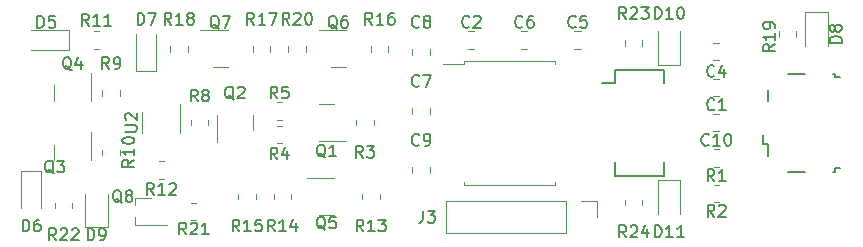
<source format=gbr>
%TF.GenerationSoftware,KiCad,Pcbnew,(6.0.7)*%
%TF.CreationDate,2022-10-12T10:01:19-04:00*%
%TF.ProjectId,minirib-usb,6d696e69-7269-4622-9d75-73622e6b6963,C*%
%TF.SameCoordinates,Original*%
%TF.FileFunction,Legend,Top*%
%TF.FilePolarity,Positive*%
%FSLAX46Y46*%
G04 Gerber Fmt 4.6, Leading zero omitted, Abs format (unit mm)*
G04 Created by KiCad (PCBNEW (6.0.7)) date 2022-10-12 10:01:19*
%MOMM*%
%LPD*%
G01*
G04 APERTURE LIST*
%ADD10C,0.150000*%
%ADD11C,0.120000*%
G04 APERTURE END LIST*
D10*
%TO.C,J3*%
X144666666Y-107452380D02*
X144666666Y-108166666D01*
X144619047Y-108309523D01*
X144523809Y-108404761D01*
X144380952Y-108452380D01*
X144285714Y-108452380D01*
X145047619Y-107452380D02*
X145666666Y-107452380D01*
X145333333Y-107833333D01*
X145476190Y-107833333D01*
X145571428Y-107880952D01*
X145619047Y-107928571D01*
X145666666Y-108023809D01*
X145666666Y-108261904D01*
X145619047Y-108357142D01*
X145571428Y-108404761D01*
X145476190Y-108452380D01*
X145190476Y-108452380D01*
X145095238Y-108404761D01*
X145047619Y-108357142D01*
%TO.C,R10*%
X120202380Y-103142857D02*
X119726190Y-103476190D01*
X120202380Y-103714285D02*
X119202380Y-103714285D01*
X119202380Y-103333333D01*
X119250000Y-103238095D01*
X119297619Y-103190476D01*
X119392857Y-103142857D01*
X119535714Y-103142857D01*
X119630952Y-103190476D01*
X119678571Y-103238095D01*
X119726190Y-103333333D01*
X119726190Y-103714285D01*
X120202380Y-102190476D02*
X120202380Y-102761904D01*
X120202380Y-102476190D02*
X119202380Y-102476190D01*
X119345238Y-102571428D01*
X119440476Y-102666666D01*
X119488095Y-102761904D01*
X119202380Y-101571428D02*
X119202380Y-101476190D01*
X119250000Y-101380952D01*
X119297619Y-101333333D01*
X119392857Y-101285714D01*
X119583333Y-101238095D01*
X119821428Y-101238095D01*
X120011904Y-101285714D01*
X120107142Y-101333333D01*
X120154761Y-101380952D01*
X120202380Y-101476190D01*
X120202380Y-101571428D01*
X120154761Y-101666666D01*
X120107142Y-101714285D01*
X120011904Y-101761904D01*
X119821428Y-101809523D01*
X119583333Y-101809523D01*
X119392857Y-101761904D01*
X119297619Y-101714285D01*
X119250000Y-101666666D01*
X119202380Y-101571428D01*
%TO.C,C7*%
X144333333Y-96857142D02*
X144285714Y-96904761D01*
X144142857Y-96952380D01*
X144047619Y-96952380D01*
X143904761Y-96904761D01*
X143809523Y-96809523D01*
X143761904Y-96714285D01*
X143714285Y-96523809D01*
X143714285Y-96380952D01*
X143761904Y-96190476D01*
X143809523Y-96095238D01*
X143904761Y-96000000D01*
X144047619Y-95952380D01*
X144142857Y-95952380D01*
X144285714Y-96000000D01*
X144333333Y-96047619D01*
X144666666Y-95952380D02*
X145333333Y-95952380D01*
X144904761Y-96952380D01*
%TO.C,C9*%
X144333333Y-101857142D02*
X144285714Y-101904761D01*
X144142857Y-101952380D01*
X144047619Y-101952380D01*
X143904761Y-101904761D01*
X143809523Y-101809523D01*
X143761904Y-101714285D01*
X143714285Y-101523809D01*
X143714285Y-101380952D01*
X143761904Y-101190476D01*
X143809523Y-101095238D01*
X143904761Y-101000000D01*
X144047619Y-100952380D01*
X144142857Y-100952380D01*
X144285714Y-101000000D01*
X144333333Y-101047619D01*
X144809523Y-101952380D02*
X145000000Y-101952380D01*
X145095238Y-101904761D01*
X145142857Y-101857142D01*
X145238095Y-101714285D01*
X145285714Y-101523809D01*
X145285714Y-101142857D01*
X145238095Y-101047619D01*
X145190476Y-101000000D01*
X145095238Y-100952380D01*
X144904761Y-100952380D01*
X144809523Y-101000000D01*
X144761904Y-101047619D01*
X144714285Y-101142857D01*
X144714285Y-101380952D01*
X144761904Y-101476190D01*
X144809523Y-101523809D01*
X144904761Y-101571428D01*
X145095238Y-101571428D01*
X145190476Y-101523809D01*
X145238095Y-101476190D01*
X145285714Y-101380952D01*
%TO.C,R3*%
X139583333Y-102952380D02*
X139250000Y-102476190D01*
X139011904Y-102952380D02*
X139011904Y-101952380D01*
X139392857Y-101952380D01*
X139488095Y-102000000D01*
X139535714Y-102047619D01*
X139583333Y-102142857D01*
X139583333Y-102285714D01*
X139535714Y-102380952D01*
X139488095Y-102428571D01*
X139392857Y-102476190D01*
X139011904Y-102476190D01*
X139916666Y-101952380D02*
X140535714Y-101952380D01*
X140202380Y-102333333D01*
X140345238Y-102333333D01*
X140440476Y-102380952D01*
X140488095Y-102428571D01*
X140535714Y-102523809D01*
X140535714Y-102761904D01*
X140488095Y-102857142D01*
X140440476Y-102904761D01*
X140345238Y-102952380D01*
X140059523Y-102952380D01*
X139964285Y-102904761D01*
X139916666Y-102857142D01*
%TO.C,R20*%
X133357142Y-91702380D02*
X133023809Y-91226190D01*
X132785714Y-91702380D02*
X132785714Y-90702380D01*
X133166666Y-90702380D01*
X133261904Y-90750000D01*
X133309523Y-90797619D01*
X133357142Y-90892857D01*
X133357142Y-91035714D01*
X133309523Y-91130952D01*
X133261904Y-91178571D01*
X133166666Y-91226190D01*
X132785714Y-91226190D01*
X133738095Y-90797619D02*
X133785714Y-90750000D01*
X133880952Y-90702380D01*
X134119047Y-90702380D01*
X134214285Y-90750000D01*
X134261904Y-90797619D01*
X134309523Y-90892857D01*
X134309523Y-90988095D01*
X134261904Y-91130952D01*
X133690476Y-91702380D01*
X134309523Y-91702380D01*
X134928571Y-90702380D02*
X135023809Y-90702380D01*
X135119047Y-90750000D01*
X135166666Y-90797619D01*
X135214285Y-90892857D01*
X135261904Y-91083333D01*
X135261904Y-91321428D01*
X135214285Y-91511904D01*
X135166666Y-91607142D01*
X135119047Y-91654761D01*
X135023809Y-91702380D01*
X134928571Y-91702380D01*
X134833333Y-91654761D01*
X134785714Y-91607142D01*
X134738095Y-91511904D01*
X134690476Y-91321428D01*
X134690476Y-91083333D01*
X134738095Y-90892857D01*
X134785714Y-90797619D01*
X134833333Y-90750000D01*
X134928571Y-90702380D01*
%TO.C,C6*%
X153083333Y-91857142D02*
X153035714Y-91904761D01*
X152892857Y-91952380D01*
X152797619Y-91952380D01*
X152654761Y-91904761D01*
X152559523Y-91809523D01*
X152511904Y-91714285D01*
X152464285Y-91523809D01*
X152464285Y-91380952D01*
X152511904Y-91190476D01*
X152559523Y-91095238D01*
X152654761Y-91000000D01*
X152797619Y-90952380D01*
X152892857Y-90952380D01*
X153035714Y-91000000D01*
X153083333Y-91047619D01*
X153940476Y-90952380D02*
X153750000Y-90952380D01*
X153654761Y-91000000D01*
X153607142Y-91047619D01*
X153511904Y-91190476D01*
X153464285Y-91380952D01*
X153464285Y-91761904D01*
X153511904Y-91857142D01*
X153559523Y-91904761D01*
X153654761Y-91952380D01*
X153845238Y-91952380D01*
X153940476Y-91904761D01*
X153988095Y-91857142D01*
X154035714Y-91761904D01*
X154035714Y-91523809D01*
X153988095Y-91428571D01*
X153940476Y-91380952D01*
X153845238Y-91333333D01*
X153654761Y-91333333D01*
X153559523Y-91380952D01*
X153511904Y-91428571D01*
X153464285Y-91523809D01*
%TO.C,R1*%
X169333333Y-104952380D02*
X169000000Y-104476190D01*
X168761904Y-104952380D02*
X168761904Y-103952380D01*
X169142857Y-103952380D01*
X169238095Y-104000000D01*
X169285714Y-104047619D01*
X169333333Y-104142857D01*
X169333333Y-104285714D01*
X169285714Y-104380952D01*
X169238095Y-104428571D01*
X169142857Y-104476190D01*
X168761904Y-104476190D01*
X170285714Y-104952380D02*
X169714285Y-104952380D01*
X170000000Y-104952380D02*
X170000000Y-103952380D01*
X169904761Y-104095238D01*
X169809523Y-104190476D01*
X169714285Y-104238095D01*
%TO.C,R14*%
X132107142Y-109202380D02*
X131773809Y-108726190D01*
X131535714Y-109202380D02*
X131535714Y-108202380D01*
X131916666Y-108202380D01*
X132011904Y-108250000D01*
X132059523Y-108297619D01*
X132107142Y-108392857D01*
X132107142Y-108535714D01*
X132059523Y-108630952D01*
X132011904Y-108678571D01*
X131916666Y-108726190D01*
X131535714Y-108726190D01*
X133059523Y-109202380D02*
X132488095Y-109202380D01*
X132773809Y-109202380D02*
X132773809Y-108202380D01*
X132678571Y-108345238D01*
X132583333Y-108440476D01*
X132488095Y-108488095D01*
X133916666Y-108535714D02*
X133916666Y-109202380D01*
X133678571Y-108154761D02*
X133440476Y-108869047D01*
X134059523Y-108869047D01*
%TO.C,D10*%
X164285714Y-91202380D02*
X164285714Y-90202380D01*
X164523809Y-90202380D01*
X164666666Y-90250000D01*
X164761904Y-90345238D01*
X164809523Y-90440476D01*
X164857142Y-90630952D01*
X164857142Y-90773809D01*
X164809523Y-90964285D01*
X164761904Y-91059523D01*
X164666666Y-91154761D01*
X164523809Y-91202380D01*
X164285714Y-91202380D01*
X165809523Y-91202380D02*
X165238095Y-91202380D01*
X165523809Y-91202380D02*
X165523809Y-90202380D01*
X165428571Y-90345238D01*
X165333333Y-90440476D01*
X165238095Y-90488095D01*
X166428571Y-90202380D02*
X166523809Y-90202380D01*
X166619047Y-90250000D01*
X166666666Y-90297619D01*
X166714285Y-90392857D01*
X166761904Y-90583333D01*
X166761904Y-90821428D01*
X166714285Y-91011904D01*
X166666666Y-91107142D01*
X166619047Y-91154761D01*
X166523809Y-91202380D01*
X166428571Y-91202380D01*
X166333333Y-91154761D01*
X166285714Y-91107142D01*
X166238095Y-91011904D01*
X166190476Y-90821428D01*
X166190476Y-90583333D01*
X166238095Y-90392857D01*
X166285714Y-90297619D01*
X166333333Y-90250000D01*
X166428571Y-90202380D01*
%TO.C,C8*%
X144333333Y-91857142D02*
X144285714Y-91904761D01*
X144142857Y-91952380D01*
X144047619Y-91952380D01*
X143904761Y-91904761D01*
X143809523Y-91809523D01*
X143761904Y-91714285D01*
X143714285Y-91523809D01*
X143714285Y-91380952D01*
X143761904Y-91190476D01*
X143809523Y-91095238D01*
X143904761Y-91000000D01*
X144047619Y-90952380D01*
X144142857Y-90952380D01*
X144285714Y-91000000D01*
X144333333Y-91047619D01*
X144904761Y-91380952D02*
X144809523Y-91333333D01*
X144761904Y-91285714D01*
X144714285Y-91190476D01*
X144714285Y-91142857D01*
X144761904Y-91047619D01*
X144809523Y-91000000D01*
X144904761Y-90952380D01*
X145095238Y-90952380D01*
X145190476Y-91000000D01*
X145238095Y-91047619D01*
X145285714Y-91142857D01*
X145285714Y-91190476D01*
X145238095Y-91285714D01*
X145190476Y-91333333D01*
X145095238Y-91380952D01*
X144904761Y-91380952D01*
X144809523Y-91428571D01*
X144761904Y-91476190D01*
X144714285Y-91571428D01*
X144714285Y-91761904D01*
X144761904Y-91857142D01*
X144809523Y-91904761D01*
X144904761Y-91952380D01*
X145095238Y-91952380D01*
X145190476Y-91904761D01*
X145238095Y-91857142D01*
X145285714Y-91761904D01*
X145285714Y-91571428D01*
X145238095Y-91476190D01*
X145190476Y-91428571D01*
X145095238Y-91380952D01*
%TO.C,R23*%
X161857142Y-91202380D02*
X161523809Y-90726190D01*
X161285714Y-91202380D02*
X161285714Y-90202380D01*
X161666666Y-90202380D01*
X161761904Y-90250000D01*
X161809523Y-90297619D01*
X161857142Y-90392857D01*
X161857142Y-90535714D01*
X161809523Y-90630952D01*
X161761904Y-90678571D01*
X161666666Y-90726190D01*
X161285714Y-90726190D01*
X162238095Y-90297619D02*
X162285714Y-90250000D01*
X162380952Y-90202380D01*
X162619047Y-90202380D01*
X162714285Y-90250000D01*
X162761904Y-90297619D01*
X162809523Y-90392857D01*
X162809523Y-90488095D01*
X162761904Y-90630952D01*
X162190476Y-91202380D01*
X162809523Y-91202380D01*
X163142857Y-90202380D02*
X163761904Y-90202380D01*
X163428571Y-90583333D01*
X163571428Y-90583333D01*
X163666666Y-90630952D01*
X163714285Y-90678571D01*
X163761904Y-90773809D01*
X163761904Y-91011904D01*
X163714285Y-91107142D01*
X163666666Y-91154761D01*
X163571428Y-91202380D01*
X163285714Y-91202380D01*
X163190476Y-91154761D01*
X163142857Y-91107142D01*
%TO.C,D7*%
X120511904Y-91702380D02*
X120511904Y-90702380D01*
X120750000Y-90702380D01*
X120892857Y-90750000D01*
X120988095Y-90845238D01*
X121035714Y-90940476D01*
X121083333Y-91130952D01*
X121083333Y-91273809D01*
X121035714Y-91464285D01*
X120988095Y-91559523D01*
X120892857Y-91654761D01*
X120750000Y-91702380D01*
X120511904Y-91702380D01*
X121416666Y-90702380D02*
X122083333Y-90702380D01*
X121654761Y-91702380D01*
%TO.C,U2*%
X119452380Y-100761904D02*
X120261904Y-100761904D01*
X120357142Y-100714285D01*
X120404761Y-100666666D01*
X120452380Y-100571428D01*
X120452380Y-100380952D01*
X120404761Y-100285714D01*
X120357142Y-100238095D01*
X120261904Y-100190476D01*
X119452380Y-100190476D01*
X119547619Y-99761904D02*
X119500000Y-99714285D01*
X119452380Y-99619047D01*
X119452380Y-99380952D01*
X119500000Y-99285714D01*
X119547619Y-99238095D01*
X119642857Y-99190476D01*
X119738095Y-99190476D01*
X119880952Y-99238095D01*
X120452380Y-99809523D01*
X120452380Y-99190476D01*
%TO.C,R13*%
X139607142Y-109202380D02*
X139273809Y-108726190D01*
X139035714Y-109202380D02*
X139035714Y-108202380D01*
X139416666Y-108202380D01*
X139511904Y-108250000D01*
X139559523Y-108297619D01*
X139607142Y-108392857D01*
X139607142Y-108535714D01*
X139559523Y-108630952D01*
X139511904Y-108678571D01*
X139416666Y-108726190D01*
X139035714Y-108726190D01*
X140559523Y-109202380D02*
X139988095Y-109202380D01*
X140273809Y-109202380D02*
X140273809Y-108202380D01*
X140178571Y-108345238D01*
X140083333Y-108440476D01*
X139988095Y-108488095D01*
X140892857Y-108202380D02*
X141511904Y-108202380D01*
X141178571Y-108583333D01*
X141321428Y-108583333D01*
X141416666Y-108630952D01*
X141464285Y-108678571D01*
X141511904Y-108773809D01*
X141511904Y-109011904D01*
X141464285Y-109107142D01*
X141416666Y-109154761D01*
X141321428Y-109202380D01*
X141035714Y-109202380D01*
X140940476Y-109154761D01*
X140892857Y-109107142D01*
%TO.C,Q2*%
X128654761Y-98047619D02*
X128559523Y-98000000D01*
X128464285Y-97904761D01*
X128321428Y-97761904D01*
X128226190Y-97714285D01*
X128130952Y-97714285D01*
X128178571Y-97952380D02*
X128083333Y-97904761D01*
X127988095Y-97809523D01*
X127940476Y-97619047D01*
X127940476Y-97285714D01*
X127988095Y-97095238D01*
X128083333Y-97000000D01*
X128178571Y-96952380D01*
X128369047Y-96952380D01*
X128464285Y-97000000D01*
X128559523Y-97095238D01*
X128607142Y-97285714D01*
X128607142Y-97619047D01*
X128559523Y-97809523D01*
X128464285Y-97904761D01*
X128369047Y-97952380D01*
X128178571Y-97952380D01*
X128988095Y-97047619D02*
X129035714Y-97000000D01*
X129130952Y-96952380D01*
X129369047Y-96952380D01*
X129464285Y-97000000D01*
X129511904Y-97047619D01*
X129559523Y-97142857D01*
X129559523Y-97238095D01*
X129511904Y-97380952D01*
X128940476Y-97952380D01*
X129559523Y-97952380D01*
%TO.C,C2*%
X148583333Y-91857142D02*
X148535714Y-91904761D01*
X148392857Y-91952380D01*
X148297619Y-91952380D01*
X148154761Y-91904761D01*
X148059523Y-91809523D01*
X148011904Y-91714285D01*
X147964285Y-91523809D01*
X147964285Y-91380952D01*
X148011904Y-91190476D01*
X148059523Y-91095238D01*
X148154761Y-91000000D01*
X148297619Y-90952380D01*
X148392857Y-90952380D01*
X148535714Y-91000000D01*
X148583333Y-91047619D01*
X148964285Y-91047619D02*
X149011904Y-91000000D01*
X149107142Y-90952380D01*
X149345238Y-90952380D01*
X149440476Y-91000000D01*
X149488095Y-91047619D01*
X149535714Y-91142857D01*
X149535714Y-91238095D01*
X149488095Y-91380952D01*
X148916666Y-91952380D01*
X149535714Y-91952380D01*
%TO.C,C10*%
X168857142Y-101857142D02*
X168809523Y-101904761D01*
X168666666Y-101952380D01*
X168571428Y-101952380D01*
X168428571Y-101904761D01*
X168333333Y-101809523D01*
X168285714Y-101714285D01*
X168238095Y-101523809D01*
X168238095Y-101380952D01*
X168285714Y-101190476D01*
X168333333Y-101095238D01*
X168428571Y-101000000D01*
X168571428Y-100952380D01*
X168666666Y-100952380D01*
X168809523Y-101000000D01*
X168857142Y-101047619D01*
X169809523Y-101952380D02*
X169238095Y-101952380D01*
X169523809Y-101952380D02*
X169523809Y-100952380D01*
X169428571Y-101095238D01*
X169333333Y-101190476D01*
X169238095Y-101238095D01*
X170428571Y-100952380D02*
X170523809Y-100952380D01*
X170619047Y-101000000D01*
X170666666Y-101047619D01*
X170714285Y-101142857D01*
X170761904Y-101333333D01*
X170761904Y-101571428D01*
X170714285Y-101761904D01*
X170666666Y-101857142D01*
X170619047Y-101904761D01*
X170523809Y-101952380D01*
X170428571Y-101952380D01*
X170333333Y-101904761D01*
X170285714Y-101857142D01*
X170238095Y-101761904D01*
X170190476Y-101571428D01*
X170190476Y-101333333D01*
X170238095Y-101142857D01*
X170285714Y-101047619D01*
X170333333Y-101000000D01*
X170428571Y-100952380D01*
%TO.C,R15*%
X129107142Y-109202380D02*
X128773809Y-108726190D01*
X128535714Y-109202380D02*
X128535714Y-108202380D01*
X128916666Y-108202380D01*
X129011904Y-108250000D01*
X129059523Y-108297619D01*
X129107142Y-108392857D01*
X129107142Y-108535714D01*
X129059523Y-108630952D01*
X129011904Y-108678571D01*
X128916666Y-108726190D01*
X128535714Y-108726190D01*
X130059523Y-109202380D02*
X129488095Y-109202380D01*
X129773809Y-109202380D02*
X129773809Y-108202380D01*
X129678571Y-108345238D01*
X129583333Y-108440476D01*
X129488095Y-108488095D01*
X130964285Y-108202380D02*
X130488095Y-108202380D01*
X130440476Y-108678571D01*
X130488095Y-108630952D01*
X130583333Y-108583333D01*
X130821428Y-108583333D01*
X130916666Y-108630952D01*
X130964285Y-108678571D01*
X131011904Y-108773809D01*
X131011904Y-109011904D01*
X130964285Y-109107142D01*
X130916666Y-109154761D01*
X130821428Y-109202380D01*
X130583333Y-109202380D01*
X130488095Y-109154761D01*
X130440476Y-109107142D01*
%TO.C,R5*%
X132333333Y-97952380D02*
X132000000Y-97476190D01*
X131761904Y-97952380D02*
X131761904Y-96952380D01*
X132142857Y-96952380D01*
X132238095Y-97000000D01*
X132285714Y-97047619D01*
X132333333Y-97142857D01*
X132333333Y-97285714D01*
X132285714Y-97380952D01*
X132238095Y-97428571D01*
X132142857Y-97476190D01*
X131761904Y-97476190D01*
X133238095Y-96952380D02*
X132761904Y-96952380D01*
X132714285Y-97428571D01*
X132761904Y-97380952D01*
X132857142Y-97333333D01*
X133095238Y-97333333D01*
X133190476Y-97380952D01*
X133238095Y-97428571D01*
X133285714Y-97523809D01*
X133285714Y-97761904D01*
X133238095Y-97857142D01*
X133190476Y-97904761D01*
X133095238Y-97952380D01*
X132857142Y-97952380D01*
X132761904Y-97904761D01*
X132714285Y-97857142D01*
%TO.C,D6*%
X110761904Y-109202380D02*
X110761904Y-108202380D01*
X111000000Y-108202380D01*
X111142857Y-108250000D01*
X111238095Y-108345238D01*
X111285714Y-108440476D01*
X111333333Y-108630952D01*
X111333333Y-108773809D01*
X111285714Y-108964285D01*
X111238095Y-109059523D01*
X111142857Y-109154761D01*
X111000000Y-109202380D01*
X110761904Y-109202380D01*
X112190476Y-108202380D02*
X112000000Y-108202380D01*
X111904761Y-108250000D01*
X111857142Y-108297619D01*
X111761904Y-108440476D01*
X111714285Y-108630952D01*
X111714285Y-109011904D01*
X111761904Y-109107142D01*
X111809523Y-109154761D01*
X111904761Y-109202380D01*
X112095238Y-109202380D01*
X112190476Y-109154761D01*
X112238095Y-109107142D01*
X112285714Y-109011904D01*
X112285714Y-108773809D01*
X112238095Y-108678571D01*
X112190476Y-108630952D01*
X112095238Y-108583333D01*
X111904761Y-108583333D01*
X111809523Y-108630952D01*
X111761904Y-108678571D01*
X111714285Y-108773809D01*
%TO.C,R21*%
X124607142Y-109452380D02*
X124273809Y-108976190D01*
X124035714Y-109452380D02*
X124035714Y-108452380D01*
X124416666Y-108452380D01*
X124511904Y-108500000D01*
X124559523Y-108547619D01*
X124607142Y-108642857D01*
X124607142Y-108785714D01*
X124559523Y-108880952D01*
X124511904Y-108928571D01*
X124416666Y-108976190D01*
X124035714Y-108976190D01*
X124988095Y-108547619D02*
X125035714Y-108500000D01*
X125130952Y-108452380D01*
X125369047Y-108452380D01*
X125464285Y-108500000D01*
X125511904Y-108547619D01*
X125559523Y-108642857D01*
X125559523Y-108738095D01*
X125511904Y-108880952D01*
X124940476Y-109452380D01*
X125559523Y-109452380D01*
X126511904Y-109452380D02*
X125940476Y-109452380D01*
X126226190Y-109452380D02*
X126226190Y-108452380D01*
X126130952Y-108595238D01*
X126035714Y-108690476D01*
X125940476Y-108738095D01*
%TO.C,R12*%
X121857142Y-106102380D02*
X121523809Y-105626190D01*
X121285714Y-106102380D02*
X121285714Y-105102380D01*
X121666666Y-105102380D01*
X121761904Y-105150000D01*
X121809523Y-105197619D01*
X121857142Y-105292857D01*
X121857142Y-105435714D01*
X121809523Y-105530952D01*
X121761904Y-105578571D01*
X121666666Y-105626190D01*
X121285714Y-105626190D01*
X122809523Y-106102380D02*
X122238095Y-106102380D01*
X122523809Y-106102380D02*
X122523809Y-105102380D01*
X122428571Y-105245238D01*
X122333333Y-105340476D01*
X122238095Y-105388095D01*
X123190476Y-105197619D02*
X123238095Y-105150000D01*
X123333333Y-105102380D01*
X123571428Y-105102380D01*
X123666666Y-105150000D01*
X123714285Y-105197619D01*
X123761904Y-105292857D01*
X123761904Y-105388095D01*
X123714285Y-105530952D01*
X123142857Y-106102380D01*
X123761904Y-106102380D01*
%TO.C,R16*%
X140357142Y-91702380D02*
X140023809Y-91226190D01*
X139785714Y-91702380D02*
X139785714Y-90702380D01*
X140166666Y-90702380D01*
X140261904Y-90750000D01*
X140309523Y-90797619D01*
X140357142Y-90892857D01*
X140357142Y-91035714D01*
X140309523Y-91130952D01*
X140261904Y-91178571D01*
X140166666Y-91226190D01*
X139785714Y-91226190D01*
X141309523Y-91702380D02*
X140738095Y-91702380D01*
X141023809Y-91702380D02*
X141023809Y-90702380D01*
X140928571Y-90845238D01*
X140833333Y-90940476D01*
X140738095Y-90988095D01*
X142166666Y-90702380D02*
X141976190Y-90702380D01*
X141880952Y-90750000D01*
X141833333Y-90797619D01*
X141738095Y-90940476D01*
X141690476Y-91130952D01*
X141690476Y-91511904D01*
X141738095Y-91607142D01*
X141785714Y-91654761D01*
X141880952Y-91702380D01*
X142071428Y-91702380D01*
X142166666Y-91654761D01*
X142214285Y-91607142D01*
X142261904Y-91511904D01*
X142261904Y-91273809D01*
X142214285Y-91178571D01*
X142166666Y-91130952D01*
X142071428Y-91083333D01*
X141880952Y-91083333D01*
X141785714Y-91130952D01*
X141738095Y-91178571D01*
X141690476Y-91273809D01*
%TO.C,D9*%
X116261904Y-109952380D02*
X116261904Y-108952380D01*
X116500000Y-108952380D01*
X116642857Y-109000000D01*
X116738095Y-109095238D01*
X116785714Y-109190476D01*
X116833333Y-109380952D01*
X116833333Y-109523809D01*
X116785714Y-109714285D01*
X116738095Y-109809523D01*
X116642857Y-109904761D01*
X116500000Y-109952380D01*
X116261904Y-109952380D01*
X117309523Y-109952380D02*
X117500000Y-109952380D01*
X117595238Y-109904761D01*
X117642857Y-109857142D01*
X117738095Y-109714285D01*
X117785714Y-109523809D01*
X117785714Y-109142857D01*
X117738095Y-109047619D01*
X117690476Y-109000000D01*
X117595238Y-108952380D01*
X117404761Y-108952380D01*
X117309523Y-109000000D01*
X117261904Y-109047619D01*
X117214285Y-109142857D01*
X117214285Y-109380952D01*
X117261904Y-109476190D01*
X117309523Y-109523809D01*
X117404761Y-109571428D01*
X117595238Y-109571428D01*
X117690476Y-109523809D01*
X117738095Y-109476190D01*
X117785714Y-109380952D01*
%TO.C,R2*%
X169333333Y-107952380D02*
X169000000Y-107476190D01*
X168761904Y-107952380D02*
X168761904Y-106952380D01*
X169142857Y-106952380D01*
X169238095Y-107000000D01*
X169285714Y-107047619D01*
X169333333Y-107142857D01*
X169333333Y-107285714D01*
X169285714Y-107380952D01*
X169238095Y-107428571D01*
X169142857Y-107476190D01*
X168761904Y-107476190D01*
X169714285Y-107047619D02*
X169761904Y-107000000D01*
X169857142Y-106952380D01*
X170095238Y-106952380D01*
X170190476Y-107000000D01*
X170238095Y-107047619D01*
X170285714Y-107142857D01*
X170285714Y-107238095D01*
X170238095Y-107380952D01*
X169666666Y-107952380D01*
X170285714Y-107952380D01*
%TO.C,R11*%
X116357142Y-91802380D02*
X116023809Y-91326190D01*
X115785714Y-91802380D02*
X115785714Y-90802380D01*
X116166666Y-90802380D01*
X116261904Y-90850000D01*
X116309523Y-90897619D01*
X116357142Y-90992857D01*
X116357142Y-91135714D01*
X116309523Y-91230952D01*
X116261904Y-91278571D01*
X116166666Y-91326190D01*
X115785714Y-91326190D01*
X117309523Y-91802380D02*
X116738095Y-91802380D01*
X117023809Y-91802380D02*
X117023809Y-90802380D01*
X116928571Y-90945238D01*
X116833333Y-91040476D01*
X116738095Y-91088095D01*
X118261904Y-91802380D02*
X117690476Y-91802380D01*
X117976190Y-91802380D02*
X117976190Y-90802380D01*
X117880952Y-90945238D01*
X117785714Y-91040476D01*
X117690476Y-91088095D01*
%TO.C,R18*%
X123357142Y-91702380D02*
X123023809Y-91226190D01*
X122785714Y-91702380D02*
X122785714Y-90702380D01*
X123166666Y-90702380D01*
X123261904Y-90750000D01*
X123309523Y-90797619D01*
X123357142Y-90892857D01*
X123357142Y-91035714D01*
X123309523Y-91130952D01*
X123261904Y-91178571D01*
X123166666Y-91226190D01*
X122785714Y-91226190D01*
X124309523Y-91702380D02*
X123738095Y-91702380D01*
X124023809Y-91702380D02*
X124023809Y-90702380D01*
X123928571Y-90845238D01*
X123833333Y-90940476D01*
X123738095Y-90988095D01*
X124880952Y-91130952D02*
X124785714Y-91083333D01*
X124738095Y-91035714D01*
X124690476Y-90940476D01*
X124690476Y-90892857D01*
X124738095Y-90797619D01*
X124785714Y-90750000D01*
X124880952Y-90702380D01*
X125071428Y-90702380D01*
X125166666Y-90750000D01*
X125214285Y-90797619D01*
X125261904Y-90892857D01*
X125261904Y-90940476D01*
X125214285Y-91035714D01*
X125166666Y-91083333D01*
X125071428Y-91130952D01*
X124880952Y-91130952D01*
X124785714Y-91178571D01*
X124738095Y-91226190D01*
X124690476Y-91321428D01*
X124690476Y-91511904D01*
X124738095Y-91607142D01*
X124785714Y-91654761D01*
X124880952Y-91702380D01*
X125071428Y-91702380D01*
X125166666Y-91654761D01*
X125214285Y-91607142D01*
X125261904Y-91511904D01*
X125261904Y-91321428D01*
X125214285Y-91226190D01*
X125166666Y-91178571D01*
X125071428Y-91130952D01*
%TO.C,C5*%
X157583333Y-91857142D02*
X157535714Y-91904761D01*
X157392857Y-91952380D01*
X157297619Y-91952380D01*
X157154761Y-91904761D01*
X157059523Y-91809523D01*
X157011904Y-91714285D01*
X156964285Y-91523809D01*
X156964285Y-91380952D01*
X157011904Y-91190476D01*
X157059523Y-91095238D01*
X157154761Y-91000000D01*
X157297619Y-90952380D01*
X157392857Y-90952380D01*
X157535714Y-91000000D01*
X157583333Y-91047619D01*
X158488095Y-90952380D02*
X158011904Y-90952380D01*
X157964285Y-91428571D01*
X158011904Y-91380952D01*
X158107142Y-91333333D01*
X158345238Y-91333333D01*
X158440476Y-91380952D01*
X158488095Y-91428571D01*
X158535714Y-91523809D01*
X158535714Y-91761904D01*
X158488095Y-91857142D01*
X158440476Y-91904761D01*
X158345238Y-91952380D01*
X158107142Y-91952380D01*
X158011904Y-91904761D01*
X157964285Y-91857142D01*
%TO.C,R19*%
X174452380Y-93369921D02*
X173976190Y-93703254D01*
X174452380Y-93941349D02*
X173452380Y-93941349D01*
X173452380Y-93560397D01*
X173500000Y-93465159D01*
X173547619Y-93417540D01*
X173642857Y-93369921D01*
X173785714Y-93369921D01*
X173880952Y-93417540D01*
X173928571Y-93465159D01*
X173976190Y-93560397D01*
X173976190Y-93941349D01*
X174452380Y-92417540D02*
X174452380Y-92988968D01*
X174452380Y-92703254D02*
X173452380Y-92703254D01*
X173595238Y-92798492D01*
X173690476Y-92893730D01*
X173738095Y-92988968D01*
X174452380Y-91941349D02*
X174452380Y-91750873D01*
X174404761Y-91655635D01*
X174357142Y-91608016D01*
X174214285Y-91512778D01*
X174023809Y-91465159D01*
X173642857Y-91465159D01*
X173547619Y-91512778D01*
X173500000Y-91560397D01*
X173452380Y-91655635D01*
X173452380Y-91846111D01*
X173500000Y-91941349D01*
X173547619Y-91988968D01*
X173642857Y-92036587D01*
X173880952Y-92036587D01*
X173976190Y-91988968D01*
X174023809Y-91941349D01*
X174071428Y-91846111D01*
X174071428Y-91655635D01*
X174023809Y-91560397D01*
X173976190Y-91512778D01*
X173880952Y-91465159D01*
%TO.C,R24*%
X161857142Y-109702380D02*
X161523809Y-109226190D01*
X161285714Y-109702380D02*
X161285714Y-108702380D01*
X161666666Y-108702380D01*
X161761904Y-108750000D01*
X161809523Y-108797619D01*
X161857142Y-108892857D01*
X161857142Y-109035714D01*
X161809523Y-109130952D01*
X161761904Y-109178571D01*
X161666666Y-109226190D01*
X161285714Y-109226190D01*
X162238095Y-108797619D02*
X162285714Y-108750000D01*
X162380952Y-108702380D01*
X162619047Y-108702380D01*
X162714285Y-108750000D01*
X162761904Y-108797619D01*
X162809523Y-108892857D01*
X162809523Y-108988095D01*
X162761904Y-109130952D01*
X162190476Y-109702380D01*
X162809523Y-109702380D01*
X163666666Y-109035714D02*
X163666666Y-109702380D01*
X163428571Y-108654761D02*
X163190476Y-109369047D01*
X163809523Y-109369047D01*
%TO.C,Q3*%
X113404761Y-104297619D02*
X113309523Y-104250000D01*
X113214285Y-104154761D01*
X113071428Y-104011904D01*
X112976190Y-103964285D01*
X112880952Y-103964285D01*
X112928571Y-104202380D02*
X112833333Y-104154761D01*
X112738095Y-104059523D01*
X112690476Y-103869047D01*
X112690476Y-103535714D01*
X112738095Y-103345238D01*
X112833333Y-103250000D01*
X112928571Y-103202380D01*
X113119047Y-103202380D01*
X113214285Y-103250000D01*
X113309523Y-103345238D01*
X113357142Y-103535714D01*
X113357142Y-103869047D01*
X113309523Y-104059523D01*
X113214285Y-104154761D01*
X113119047Y-104202380D01*
X112928571Y-104202380D01*
X113690476Y-103202380D02*
X114309523Y-103202380D01*
X113976190Y-103583333D01*
X114119047Y-103583333D01*
X114214285Y-103630952D01*
X114261904Y-103678571D01*
X114309523Y-103773809D01*
X114309523Y-104011904D01*
X114261904Y-104107142D01*
X114214285Y-104154761D01*
X114119047Y-104202380D01*
X113833333Y-104202380D01*
X113738095Y-104154761D01*
X113690476Y-104107142D01*
%TO.C,C1*%
X169333333Y-98857142D02*
X169285714Y-98904761D01*
X169142857Y-98952380D01*
X169047619Y-98952380D01*
X168904761Y-98904761D01*
X168809523Y-98809523D01*
X168761904Y-98714285D01*
X168714285Y-98523809D01*
X168714285Y-98380952D01*
X168761904Y-98190476D01*
X168809523Y-98095238D01*
X168904761Y-98000000D01*
X169047619Y-97952380D01*
X169142857Y-97952380D01*
X169285714Y-98000000D01*
X169333333Y-98047619D01*
X170285714Y-98952380D02*
X169714285Y-98952380D01*
X170000000Y-98952380D02*
X170000000Y-97952380D01*
X169904761Y-98095238D01*
X169809523Y-98190476D01*
X169714285Y-98238095D01*
%TO.C,D11*%
X164285714Y-109702380D02*
X164285714Y-108702380D01*
X164523809Y-108702380D01*
X164666666Y-108750000D01*
X164761904Y-108845238D01*
X164809523Y-108940476D01*
X164857142Y-109130952D01*
X164857142Y-109273809D01*
X164809523Y-109464285D01*
X164761904Y-109559523D01*
X164666666Y-109654761D01*
X164523809Y-109702380D01*
X164285714Y-109702380D01*
X165809523Y-109702380D02*
X165238095Y-109702380D01*
X165523809Y-109702380D02*
X165523809Y-108702380D01*
X165428571Y-108845238D01*
X165333333Y-108940476D01*
X165238095Y-108988095D01*
X166761904Y-109702380D02*
X166190476Y-109702380D01*
X166476190Y-109702380D02*
X166476190Y-108702380D01*
X166380952Y-108845238D01*
X166285714Y-108940476D01*
X166190476Y-108988095D01*
%TO.C,Q1*%
X136404761Y-102947619D02*
X136309523Y-102900000D01*
X136214285Y-102804761D01*
X136071428Y-102661904D01*
X135976190Y-102614285D01*
X135880952Y-102614285D01*
X135928571Y-102852380D02*
X135833333Y-102804761D01*
X135738095Y-102709523D01*
X135690476Y-102519047D01*
X135690476Y-102185714D01*
X135738095Y-101995238D01*
X135833333Y-101900000D01*
X135928571Y-101852380D01*
X136119047Y-101852380D01*
X136214285Y-101900000D01*
X136309523Y-101995238D01*
X136357142Y-102185714D01*
X136357142Y-102519047D01*
X136309523Y-102709523D01*
X136214285Y-102804761D01*
X136119047Y-102852380D01*
X135928571Y-102852380D01*
X137309523Y-102852380D02*
X136738095Y-102852380D01*
X137023809Y-102852380D02*
X137023809Y-101852380D01*
X136928571Y-101995238D01*
X136833333Y-102090476D01*
X136738095Y-102138095D01*
%TO.C,R17*%
X130357142Y-91702380D02*
X130023809Y-91226190D01*
X129785714Y-91702380D02*
X129785714Y-90702380D01*
X130166666Y-90702380D01*
X130261904Y-90750000D01*
X130309523Y-90797619D01*
X130357142Y-90892857D01*
X130357142Y-91035714D01*
X130309523Y-91130952D01*
X130261904Y-91178571D01*
X130166666Y-91226190D01*
X129785714Y-91226190D01*
X131309523Y-91702380D02*
X130738095Y-91702380D01*
X131023809Y-91702380D02*
X131023809Y-90702380D01*
X130928571Y-90845238D01*
X130833333Y-90940476D01*
X130738095Y-90988095D01*
X131642857Y-90702380D02*
X132309523Y-90702380D01*
X131880952Y-91702380D01*
%TO.C,Q8*%
X119154761Y-106797619D02*
X119059523Y-106750000D01*
X118964285Y-106654761D01*
X118821428Y-106511904D01*
X118726190Y-106464285D01*
X118630952Y-106464285D01*
X118678571Y-106702380D02*
X118583333Y-106654761D01*
X118488095Y-106559523D01*
X118440476Y-106369047D01*
X118440476Y-106035714D01*
X118488095Y-105845238D01*
X118583333Y-105750000D01*
X118678571Y-105702380D01*
X118869047Y-105702380D01*
X118964285Y-105750000D01*
X119059523Y-105845238D01*
X119107142Y-106035714D01*
X119107142Y-106369047D01*
X119059523Y-106559523D01*
X118964285Y-106654761D01*
X118869047Y-106702380D01*
X118678571Y-106702380D01*
X119678571Y-106130952D02*
X119583333Y-106083333D01*
X119535714Y-106035714D01*
X119488095Y-105940476D01*
X119488095Y-105892857D01*
X119535714Y-105797619D01*
X119583333Y-105750000D01*
X119678571Y-105702380D01*
X119869047Y-105702380D01*
X119964285Y-105750000D01*
X120011904Y-105797619D01*
X120059523Y-105892857D01*
X120059523Y-105940476D01*
X120011904Y-106035714D01*
X119964285Y-106083333D01*
X119869047Y-106130952D01*
X119678571Y-106130952D01*
X119583333Y-106178571D01*
X119535714Y-106226190D01*
X119488095Y-106321428D01*
X119488095Y-106511904D01*
X119535714Y-106607142D01*
X119583333Y-106654761D01*
X119678571Y-106702380D01*
X119869047Y-106702380D01*
X119964285Y-106654761D01*
X120011904Y-106607142D01*
X120059523Y-106511904D01*
X120059523Y-106321428D01*
X120011904Y-106226190D01*
X119964285Y-106178571D01*
X119869047Y-106130952D01*
%TO.C,Q6*%
X137404761Y-92047619D02*
X137309523Y-92000000D01*
X137214285Y-91904761D01*
X137071428Y-91761904D01*
X136976190Y-91714285D01*
X136880952Y-91714285D01*
X136928571Y-91952380D02*
X136833333Y-91904761D01*
X136738095Y-91809523D01*
X136690476Y-91619047D01*
X136690476Y-91285714D01*
X136738095Y-91095238D01*
X136833333Y-91000000D01*
X136928571Y-90952380D01*
X137119047Y-90952380D01*
X137214285Y-91000000D01*
X137309523Y-91095238D01*
X137357142Y-91285714D01*
X137357142Y-91619047D01*
X137309523Y-91809523D01*
X137214285Y-91904761D01*
X137119047Y-91952380D01*
X136928571Y-91952380D01*
X138214285Y-90952380D02*
X138023809Y-90952380D01*
X137928571Y-91000000D01*
X137880952Y-91047619D01*
X137785714Y-91190476D01*
X137738095Y-91380952D01*
X137738095Y-91761904D01*
X137785714Y-91857142D01*
X137833333Y-91904761D01*
X137928571Y-91952380D01*
X138119047Y-91952380D01*
X138214285Y-91904761D01*
X138261904Y-91857142D01*
X138309523Y-91761904D01*
X138309523Y-91523809D01*
X138261904Y-91428571D01*
X138214285Y-91380952D01*
X138119047Y-91333333D01*
X137928571Y-91333333D01*
X137833333Y-91380952D01*
X137785714Y-91428571D01*
X137738095Y-91523809D01*
%TO.C,Q4*%
X114904761Y-95547619D02*
X114809523Y-95500000D01*
X114714285Y-95404761D01*
X114571428Y-95261904D01*
X114476190Y-95214285D01*
X114380952Y-95214285D01*
X114428571Y-95452380D02*
X114333333Y-95404761D01*
X114238095Y-95309523D01*
X114190476Y-95119047D01*
X114190476Y-94785714D01*
X114238095Y-94595238D01*
X114333333Y-94500000D01*
X114428571Y-94452380D01*
X114619047Y-94452380D01*
X114714285Y-94500000D01*
X114809523Y-94595238D01*
X114857142Y-94785714D01*
X114857142Y-95119047D01*
X114809523Y-95309523D01*
X114714285Y-95404761D01*
X114619047Y-95452380D01*
X114428571Y-95452380D01*
X115714285Y-94785714D02*
X115714285Y-95452380D01*
X115476190Y-94404761D02*
X115238095Y-95119047D01*
X115857142Y-95119047D01*
%TO.C,Q5*%
X136404761Y-109047619D02*
X136309523Y-109000000D01*
X136214285Y-108904761D01*
X136071428Y-108761904D01*
X135976190Y-108714285D01*
X135880952Y-108714285D01*
X135928571Y-108952380D02*
X135833333Y-108904761D01*
X135738095Y-108809523D01*
X135690476Y-108619047D01*
X135690476Y-108285714D01*
X135738095Y-108095238D01*
X135833333Y-108000000D01*
X135928571Y-107952380D01*
X136119047Y-107952380D01*
X136214285Y-108000000D01*
X136309523Y-108095238D01*
X136357142Y-108285714D01*
X136357142Y-108619047D01*
X136309523Y-108809523D01*
X136214285Y-108904761D01*
X136119047Y-108952380D01*
X135928571Y-108952380D01*
X137261904Y-107952380D02*
X136785714Y-107952380D01*
X136738095Y-108428571D01*
X136785714Y-108380952D01*
X136880952Y-108333333D01*
X137119047Y-108333333D01*
X137214285Y-108380952D01*
X137261904Y-108428571D01*
X137309523Y-108523809D01*
X137309523Y-108761904D01*
X137261904Y-108857142D01*
X137214285Y-108904761D01*
X137119047Y-108952380D01*
X136880952Y-108952380D01*
X136785714Y-108904761D01*
X136738095Y-108857142D01*
%TO.C,C4*%
X169333333Y-96037142D02*
X169285714Y-96084761D01*
X169142857Y-96132380D01*
X169047619Y-96132380D01*
X168904761Y-96084761D01*
X168809523Y-95989523D01*
X168761904Y-95894285D01*
X168714285Y-95703809D01*
X168714285Y-95560952D01*
X168761904Y-95370476D01*
X168809523Y-95275238D01*
X168904761Y-95180000D01*
X169047619Y-95132380D01*
X169142857Y-95132380D01*
X169285714Y-95180000D01*
X169333333Y-95227619D01*
X170190476Y-95465714D02*
X170190476Y-96132380D01*
X169952380Y-95084761D02*
X169714285Y-95799047D01*
X170333333Y-95799047D01*
%TO.C,D5*%
X112011904Y-91952380D02*
X112011904Y-90952380D01*
X112250000Y-90952380D01*
X112392857Y-91000000D01*
X112488095Y-91095238D01*
X112535714Y-91190476D01*
X112583333Y-91380952D01*
X112583333Y-91523809D01*
X112535714Y-91714285D01*
X112488095Y-91809523D01*
X112392857Y-91904761D01*
X112250000Y-91952380D01*
X112011904Y-91952380D01*
X113488095Y-90952380D02*
X113011904Y-90952380D01*
X112964285Y-91428571D01*
X113011904Y-91380952D01*
X113107142Y-91333333D01*
X113345238Y-91333333D01*
X113440476Y-91380952D01*
X113488095Y-91428571D01*
X113535714Y-91523809D01*
X113535714Y-91761904D01*
X113488095Y-91857142D01*
X113440476Y-91904761D01*
X113345238Y-91952380D01*
X113107142Y-91952380D01*
X113011904Y-91904761D01*
X112964285Y-91857142D01*
%TO.C,Q7*%
X127404761Y-92047619D02*
X127309523Y-92000000D01*
X127214285Y-91904761D01*
X127071428Y-91761904D01*
X126976190Y-91714285D01*
X126880952Y-91714285D01*
X126928571Y-91952380D02*
X126833333Y-91904761D01*
X126738095Y-91809523D01*
X126690476Y-91619047D01*
X126690476Y-91285714D01*
X126738095Y-91095238D01*
X126833333Y-91000000D01*
X126928571Y-90952380D01*
X127119047Y-90952380D01*
X127214285Y-91000000D01*
X127309523Y-91095238D01*
X127357142Y-91285714D01*
X127357142Y-91619047D01*
X127309523Y-91809523D01*
X127214285Y-91904761D01*
X127119047Y-91952380D01*
X126928571Y-91952380D01*
X127690476Y-90952380D02*
X128357142Y-90952380D01*
X127928571Y-91952380D01*
%TO.C,R9*%
X118083333Y-95452380D02*
X117750000Y-94976190D01*
X117511904Y-95452380D02*
X117511904Y-94452380D01*
X117892857Y-94452380D01*
X117988095Y-94500000D01*
X118035714Y-94547619D01*
X118083333Y-94642857D01*
X118083333Y-94785714D01*
X118035714Y-94880952D01*
X117988095Y-94928571D01*
X117892857Y-94976190D01*
X117511904Y-94976190D01*
X118559523Y-95452380D02*
X118750000Y-95452380D01*
X118845238Y-95404761D01*
X118892857Y-95357142D01*
X118988095Y-95214285D01*
X119035714Y-95023809D01*
X119035714Y-94642857D01*
X118988095Y-94547619D01*
X118940476Y-94500000D01*
X118845238Y-94452380D01*
X118654761Y-94452380D01*
X118559523Y-94500000D01*
X118511904Y-94547619D01*
X118464285Y-94642857D01*
X118464285Y-94880952D01*
X118511904Y-94976190D01*
X118559523Y-95023809D01*
X118654761Y-95071428D01*
X118845238Y-95071428D01*
X118940476Y-95023809D01*
X118988095Y-94976190D01*
X119035714Y-94880952D01*
%TO.C,R4*%
X132333333Y-103102380D02*
X132000000Y-102626190D01*
X131761904Y-103102380D02*
X131761904Y-102102380D01*
X132142857Y-102102380D01*
X132238095Y-102150000D01*
X132285714Y-102197619D01*
X132333333Y-102292857D01*
X132333333Y-102435714D01*
X132285714Y-102530952D01*
X132238095Y-102578571D01*
X132142857Y-102626190D01*
X131761904Y-102626190D01*
X133190476Y-102435714D02*
X133190476Y-103102380D01*
X132952380Y-102054761D02*
X132714285Y-102769047D01*
X133333333Y-102769047D01*
%TO.C,D8*%
X180102380Y-93238095D02*
X179102380Y-93238095D01*
X179102380Y-93000000D01*
X179150000Y-92857142D01*
X179245238Y-92761904D01*
X179340476Y-92714285D01*
X179530952Y-92666666D01*
X179673809Y-92666666D01*
X179864285Y-92714285D01*
X179959523Y-92761904D01*
X180054761Y-92857142D01*
X180102380Y-93000000D01*
X180102380Y-93238095D01*
X179530952Y-92095238D02*
X179483333Y-92190476D01*
X179435714Y-92238095D01*
X179340476Y-92285714D01*
X179292857Y-92285714D01*
X179197619Y-92238095D01*
X179150000Y-92190476D01*
X179102380Y-92095238D01*
X179102380Y-91904761D01*
X179150000Y-91809523D01*
X179197619Y-91761904D01*
X179292857Y-91714285D01*
X179340476Y-91714285D01*
X179435714Y-91761904D01*
X179483333Y-91809523D01*
X179530952Y-91904761D01*
X179530952Y-92095238D01*
X179578571Y-92190476D01*
X179626190Y-92238095D01*
X179721428Y-92285714D01*
X179911904Y-92285714D01*
X180007142Y-92238095D01*
X180054761Y-92190476D01*
X180102380Y-92095238D01*
X180102380Y-91904761D01*
X180054761Y-91809523D01*
X180007142Y-91761904D01*
X179911904Y-91714285D01*
X179721428Y-91714285D01*
X179626190Y-91761904D01*
X179578571Y-91809523D01*
X179530952Y-91904761D01*
%TO.C,R8*%
X125583333Y-98202380D02*
X125250000Y-97726190D01*
X125011904Y-98202380D02*
X125011904Y-97202380D01*
X125392857Y-97202380D01*
X125488095Y-97250000D01*
X125535714Y-97297619D01*
X125583333Y-97392857D01*
X125583333Y-97535714D01*
X125535714Y-97630952D01*
X125488095Y-97678571D01*
X125392857Y-97726190D01*
X125011904Y-97726190D01*
X126154761Y-97630952D02*
X126059523Y-97583333D01*
X126011904Y-97535714D01*
X125964285Y-97440476D01*
X125964285Y-97392857D01*
X126011904Y-97297619D01*
X126059523Y-97250000D01*
X126154761Y-97202380D01*
X126345238Y-97202380D01*
X126440476Y-97250000D01*
X126488095Y-97297619D01*
X126535714Y-97392857D01*
X126535714Y-97440476D01*
X126488095Y-97535714D01*
X126440476Y-97583333D01*
X126345238Y-97630952D01*
X126154761Y-97630952D01*
X126059523Y-97678571D01*
X126011904Y-97726190D01*
X125964285Y-97821428D01*
X125964285Y-98011904D01*
X126011904Y-98107142D01*
X126059523Y-98154761D01*
X126154761Y-98202380D01*
X126345238Y-98202380D01*
X126440476Y-98154761D01*
X126488095Y-98107142D01*
X126535714Y-98011904D01*
X126535714Y-97821428D01*
X126488095Y-97726190D01*
X126440476Y-97678571D01*
X126345238Y-97630952D01*
%TO.C,R22*%
X113607142Y-109952380D02*
X113273809Y-109476190D01*
X113035714Y-109952380D02*
X113035714Y-108952380D01*
X113416666Y-108952380D01*
X113511904Y-109000000D01*
X113559523Y-109047619D01*
X113607142Y-109142857D01*
X113607142Y-109285714D01*
X113559523Y-109380952D01*
X113511904Y-109428571D01*
X113416666Y-109476190D01*
X113035714Y-109476190D01*
X113988095Y-109047619D02*
X114035714Y-109000000D01*
X114130952Y-108952380D01*
X114369047Y-108952380D01*
X114464285Y-109000000D01*
X114511904Y-109047619D01*
X114559523Y-109142857D01*
X114559523Y-109238095D01*
X114511904Y-109380952D01*
X113940476Y-109952380D01*
X114559523Y-109952380D01*
X114940476Y-109047619D02*
X114988095Y-109000000D01*
X115083333Y-108952380D01*
X115321428Y-108952380D01*
X115416666Y-109000000D01*
X115464285Y-109047619D01*
X115511904Y-109142857D01*
X115511904Y-109238095D01*
X115464285Y-109380952D01*
X114892857Y-109952380D01*
X115511904Y-109952380D01*
D11*
%TO.C,J3*%
X156805000Y-109330000D02*
X146585000Y-109330000D01*
X159405000Y-106670000D02*
X159405000Y-108000000D01*
X156805000Y-106670000D02*
X146585000Y-106670000D01*
X146585000Y-106670000D02*
X146585000Y-109330000D01*
X156805000Y-106670000D02*
X156805000Y-109330000D01*
X158075000Y-106670000D02*
X159405000Y-106670000D01*
%TO.C,R10*%
X118985000Y-102727064D02*
X118985000Y-102272936D01*
X117515000Y-102727064D02*
X117515000Y-102272936D01*
%TO.C,C7*%
X145235000Y-98738748D02*
X145235000Y-99261252D01*
X143765000Y-98738748D02*
X143765000Y-99261252D01*
%TO.C,U3*%
X155860000Y-105260000D02*
X155860000Y-105005000D01*
X148140000Y-94995000D02*
X146325000Y-94995000D01*
X155860000Y-94740000D02*
X155860000Y-94995000D01*
X148140000Y-94740000D02*
X148140000Y-94995000D01*
X152000000Y-94740000D02*
X148140000Y-94740000D01*
X152000000Y-105260000D02*
X155860000Y-105260000D01*
X148140000Y-105260000D02*
X148140000Y-105005000D01*
X152000000Y-94740000D02*
X155860000Y-94740000D01*
X152000000Y-105260000D02*
X148140000Y-105260000D01*
%TO.C,C9*%
X145235000Y-104261252D02*
X145235000Y-103738748D01*
X143765000Y-104261252D02*
X143765000Y-103738748D01*
D10*
%TO.C,J1*%
X173420000Y-101805000D02*
X173845000Y-101805000D01*
X179395000Y-104155000D02*
X179545000Y-104155000D01*
X179995000Y-96155000D02*
X179545000Y-96155000D01*
X179545000Y-104155000D02*
X179545000Y-103855000D01*
X173845000Y-101805000D02*
X173845000Y-102805000D01*
X179545000Y-103855000D02*
X179995000Y-103855000D01*
X175595000Y-104155000D02*
X176995000Y-104155000D01*
X179545000Y-96155000D02*
X179545000Y-95855000D01*
X179545000Y-95855000D02*
X179395000Y-95855000D01*
X176995000Y-95855000D02*
X175595000Y-95855000D01*
X173845000Y-98205000D02*
X173845000Y-97205000D01*
X173420000Y-101080000D02*
X173420000Y-101805000D01*
D11*
%TO.C,R3*%
X140485000Y-99772936D02*
X140485000Y-100227064D01*
X139015000Y-99772936D02*
X139015000Y-100227064D01*
%TO.C,R20*%
X133265000Y-93977064D02*
X133265000Y-93522936D01*
X134735000Y-93977064D02*
X134735000Y-93522936D01*
%TO.C,C6*%
X153511252Y-93735000D02*
X152988748Y-93735000D01*
X153511252Y-92265000D02*
X152988748Y-92265000D01*
%TO.C,R1*%
X169272936Y-102265000D02*
X169727064Y-102265000D01*
X169272936Y-103735000D02*
X169727064Y-103735000D01*
%TO.C,R14*%
X132015000Y-106477064D02*
X132015000Y-106022936D01*
X133485000Y-106477064D02*
X133485000Y-106022936D01*
%TO.C,D10*%
X166460000Y-95085000D02*
X166460000Y-92225000D01*
X164540000Y-92225000D02*
X164540000Y-95085000D01*
X164540000Y-95085000D02*
X166460000Y-95085000D01*
%TO.C,C8*%
X145235000Y-94261252D02*
X145235000Y-93738748D01*
X143765000Y-94261252D02*
X143765000Y-93738748D01*
%TO.C,R23*%
X163235000Y-93022936D02*
X163235000Y-93477064D01*
X161765000Y-93022936D02*
X161765000Y-93477064D01*
%TO.C,D7*%
X122100000Y-95650000D02*
X122100000Y-92500000D01*
X120400000Y-95650000D02*
X120400000Y-92500000D01*
X120400000Y-95650000D02*
X122100000Y-95650000D01*
%TO.C,U2*%
X124110000Y-100900000D02*
X124110000Y-98450000D01*
X120890000Y-99100000D02*
X120890000Y-100900000D01*
%TO.C,R13*%
X139515000Y-106477064D02*
X139515000Y-106022936D01*
X140985000Y-106477064D02*
X140985000Y-106022936D01*
%TO.C,Q2*%
X127190000Y-100000000D02*
X127190000Y-99350000D01*
X130310000Y-100000000D02*
X130310000Y-99350000D01*
X127190000Y-100000000D02*
X127190000Y-101675000D01*
X130310000Y-100000000D02*
X130310000Y-100650000D01*
%TO.C,C2*%
X148488748Y-92265000D02*
X149011252Y-92265000D01*
X148488748Y-93735000D02*
X149011252Y-93735000D01*
%TO.C,C10*%
X169238748Y-99265000D02*
X169761252Y-99265000D01*
X169238748Y-100735000D02*
X169761252Y-100735000D01*
%TO.C,R15*%
X130485000Y-106477064D02*
X130485000Y-106022936D01*
X129015000Y-106477064D02*
X129015000Y-106022936D01*
%TO.C,R5*%
X132727064Y-98265000D02*
X132272936Y-98265000D01*
X132727064Y-99735000D02*
X132272936Y-99735000D01*
%TO.C,D6*%
X110650000Y-104100000D02*
X110650000Y-107250000D01*
X112350000Y-104100000D02*
X110650000Y-104100000D01*
X112350000Y-104100000D02*
X112350000Y-107250000D01*
%TO.C,R21*%
X125022936Y-106765000D02*
X125477064Y-106765000D01*
X125022936Y-108235000D02*
X125477064Y-108235000D01*
%TO.C,R12*%
X122727064Y-103265000D02*
X122272936Y-103265000D01*
X122727064Y-104735000D02*
X122272936Y-104735000D01*
%TO.C,R16*%
X141735000Y-93522936D02*
X141735000Y-93977064D01*
X140265000Y-93522936D02*
X140265000Y-93977064D01*
%TO.C,D9*%
X116040000Y-106000000D02*
X116040000Y-108860000D01*
X116040000Y-108860000D02*
X117960000Y-108860000D01*
X117960000Y-108860000D02*
X117960000Y-106000000D01*
%TO.C,R2*%
X169727064Y-105265000D02*
X169272936Y-105265000D01*
X169727064Y-106735000D02*
X169272936Y-106735000D01*
%TO.C,R11*%
X116772936Y-93735000D02*
X117227064Y-93735000D01*
X116772936Y-92265000D02*
X117227064Y-92265000D01*
%TO.C,R18*%
X124735000Y-93977064D02*
X124735000Y-93522936D01*
X123265000Y-93977064D02*
X123265000Y-93522936D01*
%TO.C,C5*%
X157488748Y-92265000D02*
X158011252Y-92265000D01*
X157488748Y-93735000D02*
X158011252Y-93735000D01*
%TO.C,R19*%
X174765000Y-92272936D02*
X174765000Y-92727064D01*
X176235000Y-92272936D02*
X176235000Y-92727064D01*
%TO.C,R24*%
X161765000Y-106522936D02*
X161765000Y-106977064D01*
X163235000Y-106522936D02*
X163235000Y-106977064D01*
%TO.C,Q3*%
X113440000Y-102500000D02*
X113440000Y-101850000D01*
X116560000Y-102500000D02*
X116560000Y-103150000D01*
X113440000Y-102500000D02*
X113440000Y-103150000D01*
X116560000Y-102500000D02*
X116560000Y-100825000D01*
%TO.C,C1*%
X169761252Y-96265000D02*
X169238748Y-96265000D01*
X169761252Y-97735000D02*
X169238748Y-97735000D01*
%TO.C,D11*%
X166460000Y-104890000D02*
X164540000Y-104890000D01*
X164540000Y-104890000D02*
X164540000Y-107750000D01*
X166460000Y-107750000D02*
X166460000Y-104890000D01*
%TO.C,Q1*%
X136500000Y-98440000D02*
X137150000Y-98440000D01*
X136500000Y-101560000D02*
X138175000Y-101560000D01*
X136500000Y-98440000D02*
X135850000Y-98440000D01*
X136500000Y-101560000D02*
X135850000Y-101560000D01*
%TO.C,R17*%
X131735000Y-93522936D02*
X131735000Y-93977064D01*
X130265000Y-93522936D02*
X130265000Y-93977064D01*
D10*
%TO.C,U1*%
X165075000Y-104475000D02*
X165075000Y-103365000D01*
X160925000Y-96635000D02*
X159800000Y-96635000D01*
X160925000Y-104475000D02*
X165075000Y-104475000D01*
X160925000Y-95525000D02*
X165075000Y-95525000D01*
X160925000Y-96635000D02*
X160925000Y-95525000D01*
X160925000Y-104475000D02*
X160925000Y-103365000D01*
X165075000Y-95525000D02*
X165075000Y-96635000D01*
D11*
%TO.C,Q8*%
X120265000Y-107000000D02*
X120265000Y-106340000D01*
X120265000Y-108660000D02*
X123000000Y-108660000D01*
X121675000Y-106340000D02*
X120265000Y-106340000D01*
X120265000Y-108670000D02*
X120265000Y-108000000D01*
%TO.C,Q6*%
X137500000Y-92190000D02*
X138150000Y-92190000D01*
X137500000Y-95310000D02*
X138150000Y-95310000D01*
X137500000Y-92190000D02*
X135825000Y-92190000D01*
X137500000Y-95310000D02*
X136850000Y-95310000D01*
%TO.C,Q4*%
X113440000Y-97500000D02*
X113440000Y-98150000D01*
X116560000Y-97500000D02*
X116560000Y-95825000D01*
X116560000Y-97500000D02*
X116560000Y-98150000D01*
X113440000Y-97500000D02*
X113440000Y-96850000D01*
%TO.C,Q5*%
X136500000Y-104690000D02*
X134825000Y-104690000D01*
X136500000Y-104690000D02*
X137150000Y-104690000D01*
X136500000Y-107810000D02*
X135850000Y-107810000D01*
X136500000Y-107810000D02*
X137150000Y-107810000D01*
%TO.C,C4*%
X169761252Y-94735000D02*
X169238748Y-94735000D01*
X169761252Y-93265000D02*
X169238748Y-93265000D01*
%TO.C,D5*%
X114650000Y-93850000D02*
X114650000Y-92150000D01*
X114650000Y-93850000D02*
X111500000Y-93850000D01*
X114650000Y-92150000D02*
X111500000Y-92150000D01*
%TO.C,Q7*%
X127500000Y-95310000D02*
X126850000Y-95310000D01*
X127500000Y-95310000D02*
X128150000Y-95310000D01*
X127500000Y-92190000D02*
X125825000Y-92190000D01*
X127500000Y-92190000D02*
X128150000Y-92190000D01*
%TO.C,R9*%
X117515000Y-97272936D02*
X117515000Y-97727064D01*
X118985000Y-97272936D02*
X118985000Y-97727064D01*
%TO.C,R4*%
X132727064Y-101735000D02*
X132272936Y-101735000D01*
X132727064Y-100265000D02*
X132272936Y-100265000D01*
%TO.C,D8*%
X178960000Y-90640000D02*
X177040000Y-90640000D01*
X178960000Y-93500000D02*
X178960000Y-90640000D01*
X177040000Y-90640000D02*
X177040000Y-93500000D01*
%TO.C,R8*%
X126485000Y-99772936D02*
X126485000Y-100227064D01*
X125015000Y-99772936D02*
X125015000Y-100227064D01*
%TO.C,R22*%
X113515000Y-107227064D02*
X113515000Y-106772936D01*
X114985000Y-107227064D02*
X114985000Y-106772936D01*
%TD*%
M02*

</source>
